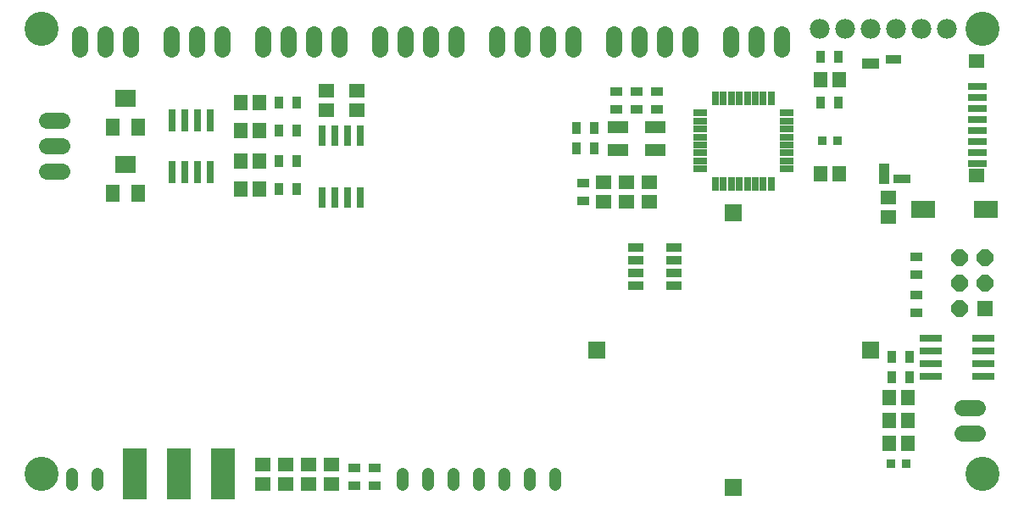
<source format=gts>
G75*
G70*
%OFA0B0*%
%FSLAX24Y24*%
%IPPOS*%
%LPD*%
%AMOC8*
5,1,8,0,0,1.08239X$1,22.5*
%
%ADD10R,0.0540X0.0260*%
%ADD11R,0.0260X0.0540*%
%ADD12R,0.0512X0.0355*%
%ADD13R,0.0355X0.0512*%
%ADD14C,0.0640*%
%ADD15R,0.0355X0.0355*%
%ADD16R,0.0788X0.0473*%
%ADD17C,0.0780*%
%ADD18R,0.0640X0.0640*%
%ADD19OC8,0.0640*%
%ADD20R,0.0300X0.0840*%
%ADD21R,0.0729X0.0276*%
%ADD22R,0.0631X0.0552*%
%ADD23R,0.0591X0.0355*%
%ADD24R,0.0650X0.0434*%
%ADD25R,0.0709X0.0355*%
%ADD26R,0.0434X0.0788*%
%ADD27R,0.0670X0.0670*%
%ADD28R,0.0640X0.0340*%
%ADD29R,0.0906X0.0276*%
%ADD30C,0.1340*%
%ADD31R,0.0946X0.0670*%
%ADD32R,0.0940X0.2040*%
%ADD33C,0.0476*%
%ADD34R,0.0276X0.0906*%
%ADD35R,0.0552X0.0670*%
%ADD36R,0.0827X0.0670*%
%ADD37R,0.0552X0.0631*%
D10*
X027521Y016848D03*
X027521Y017163D03*
X027521Y017478D03*
X027521Y017793D03*
X027521Y018108D03*
X027521Y018423D03*
X027521Y018738D03*
X027521Y019053D03*
X030901Y019053D03*
X030901Y018738D03*
X030901Y018423D03*
X030901Y018108D03*
X030901Y017793D03*
X030901Y017478D03*
X030901Y017163D03*
X030901Y016848D03*
D11*
X030313Y016261D03*
X029998Y016261D03*
X029683Y016261D03*
X029368Y016261D03*
X029053Y016261D03*
X028738Y016261D03*
X028423Y016261D03*
X028108Y016261D03*
X028108Y019641D03*
X028423Y019641D03*
X028738Y019641D03*
X029053Y019641D03*
X029368Y019641D03*
X029683Y019641D03*
X029998Y019641D03*
X030313Y019641D03*
D12*
X025811Y019905D03*
X025011Y019905D03*
X024211Y019905D03*
X024211Y019196D03*
X025011Y019196D03*
X025811Y019196D03*
X022911Y016305D03*
X022911Y015596D03*
X036011Y013405D03*
X036011Y012696D03*
X036011Y011905D03*
X036011Y011196D03*
X014711Y005105D03*
X013911Y005105D03*
X013911Y004396D03*
X014711Y004396D03*
D13*
X011665Y016051D03*
X010956Y016051D03*
X010956Y017151D03*
X011665Y017151D03*
X011665Y018351D03*
X010956Y018351D03*
X010956Y019451D03*
X011665Y019451D03*
X022656Y018451D03*
X023365Y018451D03*
X023365Y017651D03*
X022656Y017651D03*
X032256Y019451D03*
X032965Y019451D03*
X032965Y021251D03*
X032256Y021251D03*
X035056Y009451D03*
X035765Y009451D03*
X035765Y008651D03*
X035056Y008651D03*
D14*
X037811Y007451D02*
X038411Y007451D01*
X038411Y006451D02*
X037811Y006451D01*
X030711Y021551D02*
X030711Y022151D01*
X029711Y022151D02*
X029711Y021551D01*
X028711Y021551D02*
X028711Y022151D01*
X027111Y022151D02*
X027111Y021551D01*
X026111Y021551D02*
X026111Y022151D01*
X025111Y022151D02*
X025111Y021551D01*
X024111Y021551D02*
X024111Y022151D01*
X022511Y022151D02*
X022511Y021551D01*
X021511Y021551D02*
X021511Y022151D01*
X020511Y022151D02*
X020511Y021551D01*
X019511Y021551D02*
X019511Y022151D01*
X017911Y022151D02*
X017911Y021551D01*
X016911Y021551D02*
X016911Y022151D01*
X015911Y022151D02*
X015911Y021551D01*
X014911Y021551D02*
X014911Y022151D01*
X013311Y022151D02*
X013311Y021551D01*
X012311Y021551D02*
X012311Y022151D01*
X011311Y022151D02*
X011311Y021551D01*
X010311Y021551D02*
X010311Y022151D01*
X008711Y022151D02*
X008711Y021551D01*
X007711Y021551D02*
X007711Y022151D01*
X006711Y022151D02*
X006711Y021551D01*
X005111Y021551D02*
X005111Y022151D01*
X004111Y022151D02*
X004111Y021551D01*
X003111Y021551D02*
X003111Y022151D01*
X002411Y018751D02*
X001811Y018751D01*
X001811Y017751D02*
X002411Y017751D01*
X002411Y016751D02*
X001811Y016751D01*
D15*
X032315Y017951D03*
X032906Y017951D03*
X035015Y005251D03*
X035606Y005251D03*
D16*
X025739Y017598D03*
X025739Y018503D03*
X024282Y018503D03*
X024282Y017598D03*
D17*
X032211Y022351D03*
X033211Y022351D03*
X034211Y022351D03*
X035211Y022351D03*
X036211Y022351D03*
X037211Y022351D03*
D18*
X038711Y011351D03*
D19*
X037711Y011351D03*
X037711Y012351D03*
X038711Y012351D03*
X038711Y013351D03*
X037711Y013351D03*
D20*
X014161Y015741D03*
X013661Y015741D03*
X013161Y015741D03*
X012661Y015741D03*
X012661Y018161D03*
X013161Y018161D03*
X013661Y018161D03*
X014161Y018161D03*
D21*
X038426Y018362D03*
X038426Y017929D03*
X038426Y017496D03*
X038426Y017063D03*
X038426Y018796D03*
X038426Y019229D03*
X038426Y019662D03*
X038426Y020095D03*
D22*
X038386Y021079D03*
X038386Y016591D03*
X034911Y015725D03*
X034911Y014977D03*
X025511Y015577D03*
X024611Y015577D03*
X023711Y015577D03*
X023711Y016325D03*
X024611Y016325D03*
X025511Y016325D03*
X014011Y019177D03*
X014011Y019925D03*
X012811Y019925D03*
X012811Y019177D03*
X013011Y005225D03*
X012111Y005225D03*
X011211Y005225D03*
X010311Y005225D03*
X010311Y004477D03*
X011211Y004477D03*
X012111Y004477D03*
X013011Y004477D03*
D23*
X035118Y021158D03*
D24*
X034213Y021000D03*
D25*
X035433Y016473D03*
D26*
X034764Y016670D03*
D27*
X028829Y015126D03*
X034222Y009733D03*
X028829Y004339D03*
X023435Y009733D03*
D28*
X024996Y012267D03*
X024996Y012767D03*
X024996Y013267D03*
X024996Y013767D03*
X026496Y013767D03*
X026496Y013267D03*
X026496Y012767D03*
X026496Y012267D03*
D29*
X036587Y010201D03*
X036587Y009701D03*
X036587Y009201D03*
X036587Y008701D03*
X038634Y008701D03*
X038634Y009201D03*
X038634Y009701D03*
X038634Y010201D03*
D30*
X038611Y004851D03*
X038611Y022351D03*
X001611Y022351D03*
X001611Y004851D03*
D31*
X036270Y015251D03*
X038751Y015251D03*
D32*
X008751Y004861D03*
X007011Y004861D03*
X005271Y004861D03*
D33*
X002811Y004869D02*
X002811Y004433D01*
X003811Y004433D02*
X003811Y004869D01*
X015811Y004869D02*
X015811Y004433D01*
X016811Y004433D02*
X016811Y004869D01*
X017811Y004869D02*
X017811Y004433D01*
X018811Y004433D02*
X018811Y004869D01*
X019811Y004869D02*
X019811Y004433D01*
X020811Y004433D02*
X020811Y004869D01*
X021811Y004869D02*
X021811Y004433D01*
D34*
X008261Y016727D03*
X007761Y016727D03*
X007261Y016727D03*
X006761Y016727D03*
X006761Y018774D03*
X007261Y018774D03*
X007761Y018774D03*
X008261Y018774D03*
D35*
X005413Y018480D03*
X004409Y018480D03*
X004409Y015880D03*
X005413Y015880D03*
D36*
X004911Y017021D03*
X004911Y019621D03*
D37*
X009437Y019451D03*
X010185Y019451D03*
X010185Y018351D03*
X009437Y018351D03*
X009437Y017151D03*
X010185Y017151D03*
X010185Y016051D03*
X009437Y016051D03*
X032237Y016651D03*
X032985Y016651D03*
X032985Y020351D03*
X032237Y020351D03*
X034937Y007851D03*
X035685Y007851D03*
X035685Y006951D03*
X034937Y006951D03*
X034937Y006051D03*
X035685Y006051D03*
M02*

</source>
